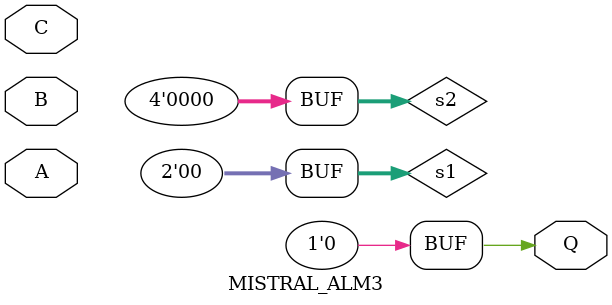
<source format=v>
`default_nettype none

module MISTRAL_ALM6(input A, B, C, D, E, F, output Q);

parameter [63:0] LUT = 64'h0000_0000_0000_0000;

wire [31:0] s5 = F ? LUT[63:32] : LUT[31:0];
wire [15:0] s4 = E ? s5[31:16]  : s5[15:0];
wire  [7:0] s3 = D ? s4[15:8]   : s4[7:0];
wire  [3:0] s2 = C ? s3[7:4]    : s3[3:0];
wire  [1:0] s1 = B ? s2[3:2]    : s2[1:0];
assign       Q = A ? s1[1]      : s1[0];

endmodule


module MISTRAL_ALM5(input A, B, C, D, E, output Q);

parameter [31:0] LUT = 32'h0000_0000;

wire [15:0] s4 = E ? LUT[31:16] : LUT[15:0];
wire  [7:0] s3 = D ? s4[15:8]   : s4[7:0];
wire  [3:0] s2 = C ? s3[7:4]    : s3[3:0];
wire  [1:0] s1 = B ? s2[3:2]    : s2[1:0];
assign       Q = A ? s1[1]      : s1[0];

endmodule


module MISTRAL_ALM4(input A, B, C, D, output Q);

parameter [15:0] LUT = 16'h0000;

wire [7:0] s3 = D ? LUT[15:8]   : LUT[7:0];
wire [3:0] s2 = C ? s3[7:4]     : s3[3:0];
wire [1:0] s1 = B ? s2[3:2]     : s2[1:0];
assign      Q = A ? s1[1]       : s1[0];

endmodule


module MISTRAL_ALM3(input A, B, C, output Q);

parameter [7:0] LUT = 8'h0000;

wire [3:0] s2 = C ? LUT[7:4]    : LUT[3:0];
wire [1:0] s1 = B ? s2[3:2]     : s2[1:0];
assign      Q = A ? s1[1]       : s1[0];

endmodule
</source>
